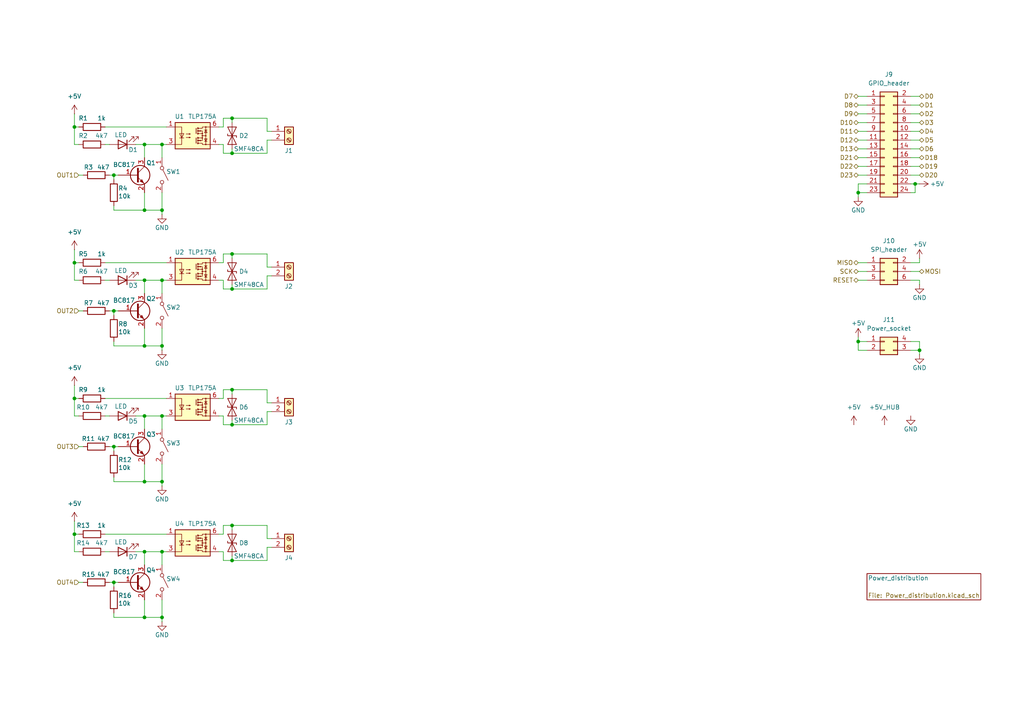
<source format=kicad_sch>
(kicad_sch (version 20231120) (generator "eeschema") (generator_version "8.0")
  (paper "A4")
  (junction (at 67.31 152.4))
  (junction (at 266.7 101.6))
  (junction (at 33.02 168.91))
  (junction (at 67.31 34.29))
  (junction (at 265.43 53.34))
  (junction (at 46.99 60.96))
  (junction (at 67.31 73.66))
  (junction (at 33.02 90.17))
  (junction (at 41.91 179.07))
  (junction (at 67.31 162.56))
  (junction (at 41.91 60.96))
  (junction (at 21.59 36.83))
  (junction (at 41.91 139.7))
  (junction (at 67.31 83.82))
  (junction (at 46.99 120.65))
  (junction (at 67.31 44.45))
  (junction (at 67.31 123.19))
  (junction (at 33.02 129.54))
  (junction (at 248.92 55.88))
  (junction (at 33.02 50.8))
  (junction (at 46.99 160.02))
  (junction (at 46.99 81.28))
  (junction (at 21.59 115.57))
  (junction (at 21.59 76.2))
  (junction (at 248.92 99.06))
  (junction (at 41.91 81.28))
  (junction (at 41.91 160.02))
  (junction (at 46.99 100.33))
  (junction (at 46.99 41.91))
  (junction (at 46.99 179.07))
  (junction (at 41.91 41.91))
  (junction (at 41.91 120.65))
  (junction (at 41.91 100.33))
  (junction (at 46.99 139.7))
  (junction (at 67.31 113.03))
  (junction (at 21.59 154.94))
  (wire (pts (xy 22.86 168.91) (xy 24.13 168.91)))
  (wire (pts (xy 67.31 34.29) (xy 77.47 34.29)))
  (wire (pts (xy 30.48 36.83) (xy 48.26 36.83)))
  (wire (pts (xy 77.47 156.21) (xy 78.74 156.21)))
  (wire (pts (xy 64.77 123.19) (xy 64.77 120.65)))
  (wire (pts (xy 248.92 76.2) (xy 251.46 76.2)))
  (wire (pts (xy 63.5 115.57) (xy 64.77 115.57)))
  (wire (pts (xy 63.5 36.83) (xy 64.77 36.83)))
  (wire (pts (xy 46.99 160.02) (xy 46.99 163.83)))
  (wire (pts (xy 63.5 154.94) (xy 64.77 154.94)))
  (wire (pts (xy 78.74 80.01) (xy 77.47 80.01)))
  (wire (pts (xy 77.47 73.66) (xy 77.47 77.47)))
  (wire (pts (xy 33.02 170.18) (xy 33.02 168.91)))
  (wire (pts (xy 46.99 41.91) (xy 46.99 45.72)))
  (wire (pts (xy 46.99 81.28) (xy 48.26 81.28)))
  (wire (pts (xy 33.02 129.54) (xy 34.29 129.54)))
  (wire (pts (xy 33.02 179.07) (xy 33.02 177.8)))
  (wire (pts (xy 78.74 119.38) (xy 77.47 119.38)))
  (wire (pts (xy 264.16 38.1) (xy 266.7 38.1)))
  (wire (pts (xy 264.16 45.72) (xy 266.7 45.72)))
  (wire (pts (xy 266.7 76.2) (xy 266.7 74.93)))
  (wire (pts (xy 67.31 83.82) (xy 64.77 83.82)))
  (wire (pts (xy 64.77 36.83) (xy 64.77 34.29)))
  (wire (pts (xy 67.31 113.03) (xy 67.31 114.3)))
  (wire (pts (xy 63.5 160.02) (xy 64.77 160.02)))
  (wire (pts (xy 41.91 134.62) (xy 41.91 139.7)))
  (wire (pts (xy 67.31 162.56) (xy 64.77 162.56)))
  (wire (pts (xy 46.99 41.91) (xy 48.26 41.91)))
  (wire (pts (xy 77.47 34.29) (xy 77.47 38.1)))
  (wire (pts (xy 360.68 -87.63) (xy 363.22 -87.63)))
  (wire (pts (xy 46.99 140.97) (xy 46.99 139.7)))
  (wire (pts (xy 77.47 113.03) (xy 77.47 116.84)))
  (wire (pts (xy 30.48 115.57) (xy 48.26 115.57)))
  (wire (pts (xy 251.46 53.34) (xy 248.92 53.34)))
  (wire (pts (xy 64.77 34.29) (xy 67.31 34.29)))
  (wire (pts (xy 46.99 55.88) (xy 46.99 60.96)))
  (wire (pts (xy 41.91 120.65) (xy 41.91 124.46)))
  (wire (pts (xy 30.48 154.94) (xy 48.26 154.94)))
  (wire (pts (xy 22.86 50.8) (xy 24.13 50.8)))
  (wire (pts (xy 264.16 27.94) (xy 266.7 27.94)))
  (wire (pts (xy 39.37 160.02) (xy 41.91 160.02)))
  (wire (pts (xy 78.74 40.64) (xy 77.47 40.64)))
  (wire (pts (xy 64.77 113.03) (xy 67.31 113.03)))
  (wire (pts (xy 46.99 81.28) (xy 46.99 85.09)))
  (wire (pts (xy 67.31 121.92) (xy 67.31 123.19)))
  (wire (pts (xy 41.91 120.65) (xy 46.99 120.65)))
  (wire (pts (xy 21.59 115.57) (xy 22.86 115.57)))
  (wire (pts (xy 21.59 81.28) (xy 22.86 81.28)))
  (wire (pts (xy 360.68 -80.01) (xy 363.22 -80.01)))
  (wire (pts (xy 360.68 -85.09) (xy 363.22 -85.09)))
  (wire (pts (xy 264.16 76.2) (xy 266.7 76.2)))
  (wire (pts (xy 248.92 48.26) (xy 251.46 48.26)))
  (wire (pts (xy 67.31 43.18) (xy 67.31 44.45)))
  (wire (pts (xy 33.02 90.17) (xy 34.29 90.17)))
  (wire (pts (xy 360.68 -77.47) (xy 363.22 -77.47)))
  (wire (pts (xy 248.92 78.74) (xy 251.46 78.74)))
  (wire (pts (xy 248.92 99.06) (xy 248.92 97.79)))
  (wire (pts (xy 41.91 139.7) (xy 46.99 139.7)))
  (wire (pts (xy 67.31 83.82) (xy 77.47 83.82)))
  (wire (pts (xy 21.59 41.91) (xy 22.86 41.91)))
  (wire (pts (xy 360.68 -74.93) (xy 363.22 -74.93)))
  (wire (pts (xy 30.48 81.28) (xy 31.75 81.28)))
  (wire (pts (xy 41.91 160.02) (xy 46.99 160.02)))
  (wire (pts (xy 41.91 81.28) (xy 41.91 85.09)))
  (wire (pts (xy 67.31 161.29) (xy 67.31 162.56)))
  (wire (pts (xy 39.37 41.91) (xy 41.91 41.91)))
  (wire (pts (xy 77.47 116.84) (xy 78.74 116.84)))
  (wire (pts (xy 41.91 100.33) (xy 46.99 100.33)))
  (wire (pts (xy 67.31 82.55) (xy 67.31 83.82)))
  (wire (pts (xy 41.91 55.88) (xy 41.91 60.96)))
  (wire (pts (xy 264.16 30.48) (xy 266.7 30.48)))
  (wire (pts (xy 266.7 101.6) (xy 266.7 102.87)))
  (wire (pts (xy 41.91 41.91) (xy 46.99 41.91)))
  (wire (pts (xy 264.16 55.88) (xy 265.43 55.88)))
  (wire (pts (xy 64.77 76.2) (xy 64.77 73.66)))
  (wire (pts (xy 77.47 158.75) (xy 77.47 162.56)))
  (wire (pts (xy 21.59 154.94) (xy 21.59 160.02)))
  (wire (pts (xy 21.59 36.83) (xy 22.86 36.83)))
  (wire (pts (xy 33.02 179.07) (xy 41.91 179.07)))
  (wire (pts (xy 31.75 50.8) (xy 33.02 50.8)))
  (wire (pts (xy 46.99 95.25) (xy 46.99 100.33)))
  (wire (pts (xy 248.92 55.88) (xy 248.92 57.15)))
  (wire (pts (xy 360.68 -82.55) (xy 363.22 -82.55)))
  (wire (pts (xy 248.92 53.34) (xy 248.92 55.88)))
  (wire (pts (xy 67.31 123.19) (xy 64.77 123.19)))
  (wire (pts (xy 266.7 81.28) (xy 266.7 82.55)))
  (wire (pts (xy 251.46 101.6) (xy 248.92 101.6)))
  (wire (pts (xy 67.31 44.45) (xy 77.47 44.45)))
  (wire (pts (xy 21.59 33.02) (xy 21.59 36.83)))
  (wire (pts (xy 41.91 41.91) (xy 41.91 45.72)))
  (wire (pts (xy 264.16 78.74) (xy 266.7 78.74)))
  (wire (pts (xy 21.59 72.39) (xy 21.59 76.2)))
  (wire (pts (xy 41.91 81.28) (xy 46.99 81.28)))
  (wire (pts (xy 33.02 130.81) (xy 33.02 129.54)))
  (wire (pts (xy 41.91 179.07) (xy 46.99 179.07)))
  (wire (pts (xy 265.43 53.34) (xy 266.7 53.34)))
  (wire (pts (xy 248.92 38.1) (xy 251.46 38.1)))
  (wire (pts (xy 64.77 152.4) (xy 67.31 152.4)))
  (wire (pts (xy 30.48 76.2) (xy 48.26 76.2)))
  (wire (pts (xy 67.31 152.4) (xy 67.31 153.67)))
  (wire (pts (xy 41.91 173.99) (xy 41.91 179.07)))
  (wire (pts (xy 39.37 81.28) (xy 41.91 81.28)))
  (wire (pts (xy 46.99 180.34) (xy 46.99 179.07)))
  (wire (pts (xy 21.59 76.2) (xy 21.59 81.28)))
  (wire (pts (xy 63.5 81.28) (xy 64.77 81.28)))
  (wire (pts (xy 248.92 40.64) (xy 251.46 40.64)))
  (wire (pts (xy 22.86 129.54) (xy 24.13 129.54)))
  (wire (pts (xy 64.77 83.82) (xy 64.77 81.28)))
  (wire (pts (xy 264.16 50.8) (xy 266.7 50.8)))
  (wire (pts (xy 33.02 139.7) (xy 41.91 139.7)))
  (wire (pts (xy 31.75 168.91) (xy 33.02 168.91)))
  (wire (pts (xy 264.16 53.34) (xy 265.43 53.34)))
  (wire (pts (xy 64.77 154.94) (xy 64.77 152.4)))
  (wire (pts (xy 33.02 168.91) (xy 34.29 168.91)))
  (wire (pts (xy 33.02 100.33) (xy 33.02 99.06)))
  (wire (pts (xy 64.77 162.56) (xy 64.77 160.02)))
  (wire (pts (xy 21.59 160.02) (xy 22.86 160.02)))
  (wire (pts (xy 41.91 60.96) (xy 46.99 60.96)))
  (wire (pts (xy 33.02 60.96) (xy 33.02 59.69)))
  (wire (pts (xy 77.47 80.01) (xy 77.47 83.82)))
  (wire (pts (xy 31.75 90.17) (xy 33.02 90.17)))
  (wire (pts (xy 46.99 120.65) (xy 48.26 120.65)))
  (wire (pts (xy 77.47 38.1) (xy 78.74 38.1)))
  (wire (pts (xy 21.59 151.13) (xy 21.59 154.94)))
  (wire (pts (xy 67.31 152.4) (xy 77.47 152.4)))
  (wire (pts (xy 248.92 55.88) (xy 251.46 55.88)))
  (wire (pts (xy 30.48 160.02) (xy 31.75 160.02)))
  (wire (pts (xy 264.16 81.28) (xy 266.7 81.28)))
  (wire (pts (xy 33.02 139.7) (xy 33.02 138.43)))
  (wire (pts (xy 46.99 62.23) (xy 46.99 60.96)))
  (wire (pts (xy 77.47 119.38) (xy 77.47 123.19)))
  (wire (pts (xy 264.16 43.18) (xy 266.7 43.18)))
  (wire (pts (xy 248.92 99.06) (xy 248.92 101.6)))
  (wire (pts (xy 266.7 99.06) (xy 266.7 101.6)))
  (wire (pts (xy 251.46 99.06) (xy 248.92 99.06)))
  (wire (pts (xy 77.47 77.47) (xy 78.74 77.47)))
  (wire (pts (xy 77.47 40.64) (xy 77.47 44.45)))
  (wire (pts (xy 248.92 27.94) (xy 251.46 27.94)))
  (wire (pts (xy 77.47 152.4) (xy 77.47 156.21)))
  (wire (pts (xy 67.31 113.03) (xy 77.47 113.03)))
  (wire (pts (xy 63.5 76.2) (xy 64.77 76.2)))
  (wire (pts (xy 332.74 -77.47) (xy 335.28 -77.47)))
  (wire (pts (xy 46.99 101.6) (xy 46.99 100.33)))
  (wire (pts (xy 64.77 115.57) (xy 64.77 113.03)))
  (wire (pts (xy 248.92 81.28) (xy 251.46 81.28)))
  (wire (pts (xy 21.59 154.94) (xy 22.86 154.94)))
  (wire (pts (xy 21.59 111.76) (xy 21.59 115.57)))
  (wire (pts (xy 265.43 55.88) (xy 265.43 53.34)))
  (wire (pts (xy 64.77 73.66) (xy 67.31 73.66)))
  (wire (pts (xy 33.02 91.44) (xy 33.02 90.17)))
  (wire (pts (xy 264.16 33.02) (xy 266.7 33.02)))
  (wire (pts (xy 264.16 99.06) (xy 266.7 99.06)))
  (wire (pts (xy 46.99 160.02) (xy 48.26 160.02)))
  (wire (pts (xy 33.02 100.33) (xy 41.91 100.33)))
  (wire (pts (xy 39.37 120.65) (xy 41.91 120.65)))
  (wire (pts (xy 46.99 173.99) (xy 46.99 179.07)))
  (wire (pts (xy 46.99 134.62) (xy 46.99 139.7)))
  (wire (pts (xy 33.02 52.07) (xy 33.02 50.8)))
  (wire (pts (xy 67.31 123.19) (xy 77.47 123.19)))
  (wire (pts (xy 248.92 45.72) (xy 251.46 45.72)))
  (wire (pts (xy 67.31 162.56) (xy 77.47 162.56)))
  (wire (pts (xy 21.59 76.2) (xy 22.86 76.2)))
  (wire (pts (xy 33.02 60.96) (xy 41.91 60.96)))
  (wire (pts (xy 264.16 101.6) (xy 266.7 101.6)))
  (wire (pts (xy 78.74 158.75) (xy 77.47 158.75)))
  (wire (pts (xy 30.48 120.65) (xy 31.75 120.65)))
  (wire (pts (xy 64.77 44.45) (xy 64.77 41.91)))
  (wire (pts (xy 33.02 50.8) (xy 34.29 50.8)))
  (wire (pts (xy 264.16 35.56) (xy 266.7 35.56)))
  (wire (pts (xy 46.99 120.65) (xy 46.99 124.46)))
  (wire (pts (xy 248.92 50.8) (xy 251.46 50.8)))
  (wire (pts (xy 264.16 48.26) (xy 266.7 48.26)))
  (wire (pts (xy 30.48 41.91) (xy 31.75 41.91)))
  (wire (pts (xy 67.31 44.45) (xy 64.77 44.45)))
  (wire (pts (xy 22.86 90.17) (xy 24.13 90.17)))
  (wire (pts (xy 248.92 33.02) (xy 251.46 33.02)))
  (wire (pts (xy 31.75 129.54) (xy 33.02 129.54)))
  (wire (pts (xy 21.59 36.83) (xy 21.59 41.91)))
  (wire (pts (xy 21.59 115.57) (xy 21.59 120.65)))
  (wire (pts (xy 41.91 95.25) (xy 41.91 100.33)))
  (wire (pts (xy 67.31 34.29) (xy 67.31 35.56)))
  (wire (pts (xy 248.92 30.48) (xy 251.46 30.48)))
  (wire (pts (xy 63.5 120.65) (xy 64.77 120.65)))
  (wire (pts (xy 248.92 43.18) (xy 251.46 43.18)))
  (wire (pts (xy 41.91 160.02) (xy 41.91 163.83)))
  (wire (pts (xy 248.92 35.56) (xy 251.46 35.56)))
  (wire (pts (xy 67.31 73.66) (xy 77.47 73.66)))
  (wire (pts (xy 63.5 41.91) (xy 64.77 41.91)))
  (wire (pts (xy 67.31 73.66) (xy 67.31 74.93)))
  (wire (pts (xy 21.59 120.65) (xy 22.86 120.65)))
  (wire (pts (xy 332.74 -74.93) (xy 335.28 -74.93)))
  (wire (pts (xy 264.16 40.64) (xy 266.7 40.64)))
  (hierarchical_label "D19" (shape bidirectional) (at 266.7 48.26 0))
  (hierarchical_label "GND" (shape input) (at 363.22 -85.09 0))
  (hierarchical_label "D18" (shape bidirectional) (at 266.7 45.72 0))
  (hierarchical_label "D2-" (shape input) (at 363.22 -80.01 0))
  (hierarchical_label "MOSI" (shape bidirectional) (at 266.7 78.74 0))
  (hierarchical_label "MISO" (shape bidirectional) (at 248.92 76.2 180))
  (hierarchical_label "OUT3" (shape input) (at 22.86 129.54 180))
  (hierarchical_label "D7" (shape bidirectional) (at 248.92 27.94 180))
  (hierarchical_label "D20" (shape bidirectional) (at 266.7 50.8 0))
  (hierarchical_label "D3" (shape bidirectional) (at 266.7 35.56 0))
  (hierarchical_label "D23" (shape bidirectional) (at 248.92 50.8 180))
  (hierarchical_label "D1-" (shape input) (at 332.74 -74.93 180))
  (hierarchical_label "VBUS2" (shape input) (at 363.22 -82.55 0))
  (hierarchical_label "D21" (shape bidirectional) (at 248.92 45.72 180))
  (hierarchical_label "D2" (shape bidirectional) (at 266.7 33.02 0))
  (hierarchical_label "D11" (shape bidirectional) (at 248.92 38.1 180))
  (hierarchical_label "D1+" (shape input) (at 363.22 -87.63 0))
  (hierarchical_label "OUT2" (shape input) (at 22.86 90.17 180))
  (hierarchical_label "SCK" (shape bidirectional) (at 248.92 78.74 180))
  (hierarchical_label "D12" (shape bidirectional) (at 248.92 40.64 180))
  (hierarchical_label "D8" (shape bidirectional) (at 248.92 30.48 180))
  (hierarchical_label "VBUS1" (shape input) (at 332.74 -77.47 180))
  (hierarchical_label "D4" (shape bidirectional) (at 266.7 38.1 0))
  (hierarchical_label "D5" (shape bidirectional) (at 266.7 40.64 0))
  (hierarchical_label "D22" (shape bidirectional) (at 248.92 48.26 180))
  (hierarchical_label "OUT4" (shape input) (at 22.86 168.91 180))
  (hierarchical_label "OUT1" (shape input) (at 22.86 50.8 180))
  (hierarchical_label "D10" (shape bidirectional) (at 248.92 35.56 180))
  (hierarchical_label "D1" (shape bidirectional) (at 266.7 30.48 0))
  (hierarchical_label "RESET" (shape bidirectional) (at 248.92 81.28 180))
  (hierarchical_label "GND" (shape input) (at 363.22 -74.93 0))
  (hierarchical_label "D0" (shape bidirectional) (at 266.7 27.94 0))
  (hierarchical_label "D2+" (shape input) (at 363.22 -77.47 0))
  (hierarchical_label "D13" (shape bidirectional) (at 248.92 43.18 180))
  (hierarchical_label "D9" (shape bidirectional) (at 248.92 33.02 180))
  (hierarchical_label "D6" (shape bidirectional) (at 266.7 43.18 0))
  (symbol (lib_id "Connector:Screw_Terminal_01x03") (at 513.08 173.99 0) (unit 1)
    (property "Reference" "J16" (at 515.62 172.7199 0) (effects (justify left)))
    (property "Value" "Screw_Terminal_01x03" (at 515.62 175.2599 0) (effects (justify left)))
    (property "Footprint" "TerminalBlock_Phoenix:TerminalBlock_Phoenix_MKDS-1,5-3_1x03_P5.00mm_Horizontal" (effects (hide yes)))
    (property "Description" "Generic screw terminal, single row, 01x03, script generated (kicad-library-utils/schlib/autogen/connector/)" (effects (hide yes)))
  )
  (symbol (lib_id "power:+5V") (at 256.54 123.19 0) (unit 1)
    (property "Reference" "#PWR0119" (effects (hide yes)))
    (property "Value" "+5V_HUB" (at 256.54 118.11 0))
    (property "Description" "Power symbol creates a global label with name \"+5V\"" (effects (hide yes)))
  )
  (symbol (lib_id "power:GND") (at 266.7 82.55 0) (unit 1)
    (property "Reference" "#PWR0123" (effects (hide yes)))
    (property "Value" "GND" (at 266.7 86.36 0))
    (property "Description" "Power symbol creates a global label with name \"GND\" , ground" (effects (hide yes)))
  )
  (symbol (lib_id "Connector:Screw_Terminal_01x02") (at 83.82 77.47 0) (unit 1)
    (property "Reference" "J2" (at 82.55 83.058 0) (effects (justify left)))
    (property "Value" "Screw_Terminal_01x02" (effects (hide yes)))
    (property "Footprint" "TerminalBlock_Phoenix:TerminalBlock_Phoenix_MKDS-1,5-2_1x02_P5.00mm_Horizontal" (effects (hide yes)))
    (property "Description" "Generic screw terminal, single row, 01x02, script generated (kicad-library-utils/schlib/autogen/connector/)" (effects (hide yes)))
  )
  (symbol (lib_id "Transistor_BJT:BC817") (at 39.37 129.54 0) (unit 1)
    (property "Reference" "Q3" (at 42.418 125.984 0) (effects (justify left)))
    (property "Value" "BC817" (at 32.766 126.492 0) (effects (justify left)))
    (property "Footprint" "Package_TO_SOT_SMD:SOT-23" (effects (hide yes)))
    (property "Datasheet" "https://www.onsemi.com/pub/Collateral/BC818-D.pdf" (effects (hide yes)))
    (property "Description" "0.8A Ic, 45V Vce, NPN Transistor, SOT-23" (effects (hide yes)))
  )
  (symbol (lib_id "Device:R") (at 27.94 50.8 90) (unit 1)
    (property "Reference" "R3" (at 25.654 48.514 90))
    (property "Value" "4k7" (at 29.972 48.514 90))
    (property "Footprint" "Resistor_SMD:R_0603_1608Metric" (effects (hide yes)))
    (property "Description" "Resistor" (effects (hide yes)))
  )
  (symbol (lib_id "Device:R") (at 33.02 134.62 0) (unit 1)
    (property "Reference" "R12" (at 34.29 133.35 0) (effects (justify left)))
    (property "Value" "10k" (at 34.29 135.636 0) (effects (justify left)))
    (property "Footprint" "Resistor_SMD:R_0603_1608Metric" (effects (hide yes)))
    (property "Description" "Resistor" (effects (hide yes)))
  )
  (symbol (lib_id "Device:R") (at 27.94 129.54 90) (unit 1)
    (property "Reference" "R11" (at 25.654 127.254 90))
    (property "Value" "4k7" (at 29.972 127.254 90))
    (property "Footprint" "Resistor_SMD:R_0603_1608Metric" (effects (hide yes)))
    (property "Description" "Resistor" (effects (hide yes)))
  )
  (symbol (lib_id "power:GND") (at 46.99 180.34 0) (unit 1)
    (property "Reference" "#PWR0104" (effects (hide yes)))
    (property "Value" "GND" (at 46.99 184.15 0))
    (property "Description" "Power symbol creates a global label with name \"GND\" , ground" (effects (hide yes)))
  )
  (symbol (lib_id "power:+5V") (at 21.59 151.13 0) (unit 1)
    (property "Reference" "#PWR0105" (effects (hide yes)))
    (property "Value" "+5V" (at 21.59 146.05 0))
    (property "Description" "Power symbol creates a global label with name \"+5V\"" (effects (hide yes)))
  )
  (symbol (lib_id "Memory_EEPROM:M24C02-FMN") (at 314.96 86.36 0) (unit 1)
    (property "Reference" "U16" (at 317.1541 76.2 0) (effects (justify left)))
    (property "Value" "M24C02-FMN" (at 317.1541 78.74 0) (effects (justify left)))
    (property "Footprint" "Package_SO:SOIC-8_3.9x4.9mm_P1.27mm" (effects (hide yes)))
    (property "Datasheet" "http://www.st.com/content/ccc/resource/technical/document/datasheet/b0/d8/50/40/5a/85/49/6f/DM00071904.pdf/files/DM00071904.pdf/jcr:content/translations/en.DM00071904.pdf" (effects (hide yes)))
    (property "Description" "2Kb (256x8) I2C Serial EEPROM, 1.6-5.5V, SOIC-8" (effects (hide yes)))
  )
  (symbol (lib_id "Device:R") (at 26.67 160.02 270) (unit 1)
    (property "Reference" "R14" (at 24.13 157.48 90))
    (property "Value" "4k7" (at 29.464 157.48 90))
    (property "Footprint" "Resistor_SMD:R_0603_1608Metric" (effects (hide yes)))
    (property "Description" "Resistor" (effects (hide yes)))
  )
  (symbol (lib_id "Connector:Screw_Terminal_01x02") (at 83.82 156.21 0) (unit 1)
    (property "Reference" "J4" (at 82.55 161.798 0) (effects (justify left)))
    (property "Value" "Screw_Terminal_01x02" (effects (hide yes)))
    (property "Footprint" "TerminalBlock_Phoenix:TerminalBlock_Phoenix_MKDS-1,5-2_1x02_P5.00mm_Horizontal" (effects (hide yes)))
    (property "Description" "Generic screw terminal, single row, 01x02, script generated (kicad-library-utils/schlib/autogen/connector/)" (effects (hide yes)))
  )
  (symbol (lib_id "power:GND") (at 46.99 140.97 0) (unit 1)
    (property "Reference" "#PWR0103" (effects (hide yes)))
    (property "Value" "GND" (at 46.99 144.78 0))
    (property "Description" "Power symbol creates a global label with name \"GND\" , ground" (effects (hide yes)))
  )
  (symbol (lib_id "power:+5V") (at 21.59 111.76 0) (unit 1)
    (property "Reference" "#PWR0101" (effects (hide yes)))
    (property "Value" "+5V" (at 21.59 106.68 0))
    (property "Description" "Power symbol creates a global label with name \"+5V\"" (effects (hide yes)))
  )
  (symbol (lib_id "Connector:Screw_Terminal_01x02") (at 441.96 -44.45 0) (unit 1)
    (property "Reference" "J19" (at 440.69 -38.862 0) (effects (justify left)))
    (property "Value" "Screw_Terminal_01x02" (effects (hide yes)))
    (property "Footprint" "TerminalBlock_Phoenix:TerminalBlock_Phoenix_MKDS-1,5-2_1x02_P5.00mm_Horizontal" (effects (hide yes)))
    (property "Description" "Generic screw terminal, single row, 01x02, script generated (kicad-library-utils/schlib/autogen/connector/)" (effects (hide yes)))
  )
  (symbol (lib_id "Device:R") (at 26.67 120.65 270) (unit 1)
    (property "Reference" "R10" (at 24.13 118.11 90))
    (property "Value" "4k7" (at 29.464 118.11 90))
    (property "Footprint" "Resistor_SMD:R_0603_1608Metric" (effects (hide yes)))
    (property "Description" "Resistor" (effects (hide yes)))
  )
  (symbol (lib_id "Connector_Generic:Conn_02x03_Odd_Even") (at 256.54 78.74 0) (unit 1)
    (property "Reference" "J10" (at 257.81 69.85 0))
    (property "Value" "SPI_header" (at 257.81 72.39 0))
    (property "Footprint" "Connector_PinHeader_2.54mm:PinHeader_2x03_P2.54mm_Vertical" (effects (hide yes)))
    (property "Description" "Generic connector, double row, 02x03, odd/even pin numbering scheme (row 1 odd numbers, row 2 even numbers), script generated (kicad-library-utils/schlib/autogen/connector/)" (effects (hide yes)))
  )
  (symbol (lib_id "Device:R") (at 33.02 95.25 0) (unit 1)
    (property "Reference" "R8" (at 34.29 93.98 0) (effects (justify left)))
    (property "Value" "10k" (at 34.29 96.266 0) (effects (justify left)))
    (property "Footprint" "Resistor_SMD:R_0603_1608Metric" (effects (hide yes)))
    (property "Description" "Resistor" (effects (hide yes)))
  )
  (symbol (lib_id "SamacSys_Parts:USB1035-GF-P-0-B-B") (at 335.28 -87.63 0) (unit 1)
    (property "Reference" "J12" (at 347.98 -95.25 0))
    (property "Value" "USB1035-GF-P-0-B-B" (at 347.98 -92.71 0))
    (property "Footprint" "SamacSys_Parts:USB1035GFP0BB" (effects (hide yes)))
    (property "Datasheet" "https://gct.co/connector/usb1035" (effects (hide yes)))
    (property "Description" "USB Connectors USB A Skt, Dual Top TH R/A, GF, BLK, No ground, W/stake, tray" (effects (hide yes)))
    (property "Description_1" "USB Connectors USB A Skt, Dual Top TH R/A, GF, BLK, No ground, W/stake, tray" (effects (hide yes)))
    (property "Height" "16.25" (effects (hide yes)))
    (property "Manufacturer_Name" "GCT (GLOBAL CONNECTOR TECHNOLOGY)" (effects (hide yes)))
    (property "Manufacturer_Part_Number" "USB1035-GF-P-0-B-B" (effects (hide yes)))
    (property "Mouser Part Number" "640-USB1035GFP0BB" (effects (hide yes)))
    (property "Mouser Price/Stock" "https://www.mouser.co.uk/ProductDetail/GCT/USB1035-GF-P-0-B-B?qs=KUoIvG%2F9IlZdvtWwZEQX0g%3D%3D" (effects (hide yes)))
  )
  (symbol (lib_id "Device:LED") (at 35.56 160.02 180) (unit 1)
    (property "Reference" "D7" (at 38.608 161.544 0))
    (property "Value" "LED" (at 35.052 157.226 0))
    (property "Footprint" "LED_SMD:LED_0603_1608Metric" (effects (hide yes)))
    (property "Description" "Light emitting diode" (effects (hide yes)))
  )
  (symbol (lib_id "Relay_SolidState:TLP175A") (at 55.88 118.11 0) (unit 1)
    (property "Reference" "U3" (at 52.07 112.522 0))
    (property "Value" "TLP175A" (at 58.674 112.522 0))
    (property "Footprint" "Package_SO:MFSOP6-4_4.4x3.6mm_P1.27mm" (effects (hide yes)))
    (property "Datasheet" "https://toshiba.semicon-storage.com/info/docget.jsp?did=13665&prodName=TLP175A" (effects (hide yes)))
    (property "Description" "MOSFET Photorelay 1-Form-A, Voff 60V, Ion 100mA, SOP6" (effects (hide yes)))
  )
  (symbol (lib_id "Connector:Screw_Terminal_01x03") (at 513.08 160.02 0) (unit 1)
    (property "Reference" "J15" (at 515.62 158.7499 0) (effects (justify left)))
    (property "Value" "Screw_Terminal_01x03" (at 515.62 161.2899 0) (effects (justify left)))
    (property "Footprint" "TerminalBlock_Phoenix:TerminalBlock_Phoenix_MKDS-1,5-3_1x03_P5.00mm_Horizontal" (effects (hide yes)))
    (property "Description" "Generic screw terminal, single row, 01x03, script generated (kicad-library-utils/schlib/autogen/connector/)" (effects (hide yes)))
  )
  (symbol (lib_id "Connector:Screw_Terminal_01x02") (at 452.12 -44.45 0) (unit 1)
    (property "Reference" "J20" (at 450.85 -38.862 0) (effects (justify left)))
    (property "Value" "Screw_Terminal_01x02" (effects (hide yes)))
    (property "Footprint" "TerminalBlock_Phoenix:TerminalBlock_Phoenix_MKDS-1,5-2_1x02_P5.00mm_Horizontal" (effects (hide yes)))
    (property "Description" "Generic screw terminal, single row, 01x02, script generated (kicad-library-utils/schlib/autogen/connector/)" (effects (hide yes)))
  )
  (symbol (lib_id "power:GND") (at 264.16 120.65 0) (unit 1)
    (property "Reference" "#PWR0121" (effects (hide yes)))
    (property "Value" "GND" (at 264.16 124.46 0))
    (property "Description" "Power symbol creates a global label with name \"GND\" , ground" (effects (hide yes)))
  )
  (symbol (lib_id "Diode:SD36_SOD323") (at 67.31 118.11 270) (unit 1)
    (property "Reference" "D6" (at 69.342 118.11 90) (effects (justify left)))
    (property "Value" "SMF48CA" (at 67.818 121.92 90) (effects (justify left)))
    (property "Footprint" "Diode_SMD:D_SMA" (effects (hide yes)))
    (property "Datasheet" "https://www.littelfuse.com/~/media/electronics/datasheets/tvs_diode_arrays/littelfuse_tvs_diode_array_sd_c_datasheet.pdf.pdf" (effects (hide yes)))
    (property "Description" "36V, 450W Discrete Bidirectional TVS Diode, SOD-323" (effects (hide yes)))
  )
  (symbol (lib_id "Diode:SD36_SOD323") (at 67.31 39.37 270) (unit 1)
    (property "Reference" "D2" (at 69.342 39.37 90) (effects (justify left)))
    (property "Value" "SMF48CA" (at 67.818 43.18 90) (effects (justify left)))
    (property "Footprint" "Diode_SMD:D_SMA" (effects (hide yes)))
    (property "Datasheet" "https://www.littelfuse.com/~/media/electronics/datasheets/tvs_diode_arrays/littelfuse_tvs_diode_array_sd_c_datasheet.pdf.pdf" (effects (hide yes)))
    (property "Description" "36V, 450W Discrete Bidirectional TVS Diode, SOD-323" (effects (hide yes)))
  )
  (symbol (lib_id "Device:LED") (at 35.56 81.28 180) (unit 1)
    (property "Reference" "D3" (at 38.608 82.804 0))
    (property "Value" "LED" (at 35.052 78.486 0))
    (property "Footprint" "LED_SMD:LED_0603_1608Metric" (effects (hide yes)))
    (property "Description" "Light emitting diode" (effects (hide yes)))
  )
  (symbol (lib_id "Device:R") (at 26.67 76.2 270) (unit 1)
    (property "Reference" "R5" (at 24.13 73.66 90))
    (property "Value" "1k" (at 29.464 73.66 90))
    (property "Footprint" "Resistor_SMD:R_0603_1608Metric" (effects (hide yes)))
    (property "Description" "Resistor" (effects (hide yes)))
  )
  (symbol (lib_id "Device:R") (at 26.67 36.83 270) (unit 1)
    (property "Reference" "R1" (at 24.13 34.29 90))
    (property "Value" "1k" (at 29.464 34.29 90))
    (property "Footprint" "Resistor_SMD:R_0603_1608Metric" (effects (hide yes)))
    (property "Description" "Resistor" (effects (hide yes)))
  )
  (symbol (lib_id "Device:R") (at 27.94 90.17 90) (unit 1)
    (property "Reference" "R7" (at 25.654 87.884 90))
    (property "Value" "4k7" (at 29.972 87.884 90))
    (property "Footprint" "Resistor_SMD:R_0603_1608Metric" (effects (hide yes)))
    (property "Description" "Resistor" (effects (hide yes)))
  )
  (symbol (lib_id "power:GND") (at 46.99 101.6 0) (unit 1)
    (property "Reference" "#PWR0102" (effects (hide yes)))
    (property "Value" "GND" (at 46.99 105.41 0))
    (property "Description" "Power symbol creates a global label with name \"GND\" , ground" (effects (hide yes)))
  )
  (symbol (lib_id "power:GND") (at 266.7 102.87 0) (unit 1)
    (property "Reference" "#PWR0124" (effects (hide yes)))
    (property "Value" "GND" (at 266.7 106.68 0))
    (property "Description" "Power symbol creates a global label with name \"GND\" , ground" (effects (hide yes)))
  )
  (symbol (lib_id "Transistor_BJT:BC817") (at 39.37 50.8 0) (unit 1)
    (property "Reference" "Q1" (at 42.418 47.244 0) (effects (justify left)))
    (property "Value" "BC817" (at 32.766 47.752 0) (effects (justify left)))
    (property "Footprint" "Package_TO_SOT_SMD:SOT-23" (effects (hide yes)))
    (property "Datasheet" "https://www.onsemi.com/pub/Collateral/BC818-D.pdf" (effects (hide yes)))
    (property "Description" "0.8A Ic, 45V Vce, NPN Transistor, SOT-23" (effects (hide yes)))
  )
  (symbol (lib_id "Switch:SW_SPST") (at 46.99 168.91 270) (unit 1)
    (property "Reference" "SW4" (at 50.292 167.894 90))
    (property "Value" "SW_SPST" (effects (hide yes)))
    (property "Footprint" "Button_Switch_SMD:SW_SPST_CK_RS282G05A3" (effects (hide yes)))
    (property "Description" "Single Pole Single Throw (SPST) switch" (effects (hide yes)))
  )
  (symbol (lib_id "Diode:SD36_SOD323") (at 67.31 78.74 270) (unit 1)
    (property "Reference" "D4" (at 69.342 78.74 90) (effects (justify left)))
    (property "Value" "SMF48CA" (at 67.818 82.55 90) (effects (justify left)))
    (property "Footprint" "Diode_SMD:D_SMA" (effects (hide yes)))
    (property "Datasheet" "https://www.littelfuse.com/~/media/electronics/datasheets/tvs_diode_arrays/littelfuse_tvs_diode_array_sd_c_datasheet.pdf.pdf" (effects (hide yes)))
    (property "Description" "36V, 450W Discrete Bidirectional TVS Diode, SOD-323" (effects (hide yes)))
  )
  (symbol (lib_id "Connector:Screw_Terminal_01x02") (at 472.44 -44.45 0) (unit 1)
    (property "Reference" "J22" (at 471.17 -38.862 0) (effects (justify left)))
    (property "Value" "Screw_Terminal_01x02" (effects (hide yes)))
    (property "Footprint" "TerminalBlock_Phoenix:TerminalBlock_Phoenix_MKDS-1,5-2_1x02_P5.00mm_Horizontal" (effects (hide yes)))
    (property "Description" "Generic screw terminal, single row, 01x02, script generated (kicad-library-utils/schlib/autogen/connector/)" (effects (hide yes)))
  )
  (symbol (lib_id "SamacSys_Parts:A-USBSA") (at 339.09 2.54 0) (unit 1)
    (property "Reference" "J18" (at 349.25 -3.81 0))
    (property "Value" "A-USBSA" (at 349.25 -1.27 0))
    (property "Footprint" "A-USBSA" (effects (hide yes)))
    (property "Datasheet" "https://datasheet.datasheetarchive.com/originals/distributors/Datasheets_SAMA/5d301fe51c2cf46e97693f1728659d1d.pdf" (effects (hide yes)))
    (property "Description" "USB A type DIP ASSMANN WSW Female 1 port Right Angle Through Hole Type A USB Connector" (effects (hide yes)))
    (property "Description_1" "USB A type DIP ASSMANN WSW Female 1 port Right Angle Through Hole Type A USB Connector" (effects (hide yes)))
    (property "Manufacturer_Name" "ASSMANN WSW components GmbH" (effects (hide yes)))
    (property "Manufacturer_Part_Number" "A-USBSA" (effects (hide yes)))
    (property "Arrow Part Number" "A-USBSA" (effects (hide yes)))
    (property "Arrow Price/Stock" "https://www.arrow.com/en/products/a-usbsa/assmann-wsw-components-inc?region=europe" (effects (hide yes)))
  )
  (symbol (lib_id "Connector:Screw_Terminal_01x03") (at 313.69 124.46 0) (unit 1)
    (property "Reference" "J17" (at 316.23 123.1899 0) (effects (justify left)))
    (property "Value" "Wiegand" (at 316.23 125.7299 0) (effects (justify left)))
    (property "Footprint" "TerminalBlock_Phoenix:TerminalBlock_Phoenix_MKDS-1,5-3_1x03_P5.00mm_Horizontal" (effects (hide yes)))
    (property "Description" "Generic screw terminal, single row, 01x03, script generated (kicad-library-utils/schlib/autogen/connector/)" (effects (hide yes)))
  )
  (symbol (lib_id "Connector:Screw_Terminal_01x03") (at 313.69 135.89 0) (unit 1)
    (property "Reference" "J23" (at 316.23 134.6199 0) (effects (justify left)))
    (property "Value" "GND" (at 316.23 137.1599 0) (effects (justify left)))
    (property "Footprint" "TerminalBlock_Phoenix:TerminalBlock_Phoenix_MKDS-1,5-3_1x03_P5.00mm_Horizontal" (effects (hide yes)))
    (property "Description" "Generic screw terminal, single row, 01x03, script generated (kicad-library-utils/schlib/autogen/connector/)" (effects (hide yes)))
  )
  (symbol (lib_id "power:+5V") (at 247.65 123.19 0) (unit 1)
    (property "Reference" "#PWR0120" (effects (hide yes)))
    (property "Value" "+5V" (at 247.65 118.11 0))
    (property "Description" "Power symbol creates a global label with name \"+5V\"" (effects (hide yes)))
  )
  (symbol (lib_id "Connector_Generic:Conn_02x02_Counter_Clockwise") (at 256.54 99.06 0) (unit 1)
    (property "Reference" "J11" (at 257.81 92.71 0))
    (property "Value" "Power_socket" (at 257.81 95.25 0))
    (property "Footprint" "Connector_PinSocket_2.54mm:PinSocket_2x02_P2.54mm_Vertical" (effects (hide yes)))
    (property "Description" "Generic connector, double row, 02x02, counter clockwise pin numbering scheme (similar to DIP package numbering), script generated (kicad-library-utils/schlib/autogen/connector/)" (effects (hide yes)))
  )
  (symbol (lib_id "Device:R") (at 26.67 81.28 270) (unit 1)
    (property "Reference" "R6" (at 24.13 78.74 90))
    (property "Value" "4k7" (at 29.464 78.74 90))
    (property "Footprint" "Resistor_SMD:R_0603_1608Metric" (effects (hide yes)))
    (property "Description" "Resistor" (effects (hide yes)))
  )
  (symbol (lib_id "Device:R") (at 27.94 168.91 90) (unit 1)
    (property "Reference" "R15" (at 25.654 166.624 90))
    (property "Value" "4k7" (at 29.972 166.624 90))
    (property "Footprint" "Resistor_SMD:R_0603_1608Metric" (effects (hide yes)))
    (property "Description" "Resistor" (effects (hide yes)))
  )
  (symbol (lib_id "power:+5V") (at 248.92 97.79 0) (unit 1)
    (property "Reference" "#PWR0118" (effects (hide yes)))
    (property "Value" "+5V" (at 246.888 93.726 0) (effects (justify left)))
    (property "Description" "Power symbol creates a global label with name \"+5V\"" (effects (hide yes)))
  )
  (symbol (lib_id "power:+5V") (at 21.59 72.39 0) (unit 1)
    (property "Reference" "#PWR0107" (effects (hide yes)))
    (property "Value" "+5V" (at 21.59 67.31 0))
    (property "Description" "Power symbol creates a global label with name \"+5V\"" (effects (hide yes)))
  )
  (symbol (lib_id "Connector:Screw_Terminal_01x02") (at 83.82 116.84 0) (unit 1)
    (property "Reference" "J3" (at 82.55 122.428 0) (effects (justify left)))
    (property "Value" "Screw_Terminal_01x02" (effects (hide yes)))
    (property "Footprint" "TerminalBlock_Phoenix:TerminalBlock_Phoenix_MKDS-1,5-2_1x02_P5.00mm_Horizontal" (effects (hide yes)))
    (property "Description" "Generic screw terminal, single row, 01x02, script generated (kicad-library-utils/schlib/autogen/connector/)" (effects (hide yes)))
  )
  (symbol (lib_id "Device:R") (at 33.02 55.88 0) (unit 1)
    (property "Reference" "R4" (at 34.29 54.61 0) (effects (justify left)))
    (property "Value" "10k" (at 34.29 56.896 0) (effects (justify left)))
    (property "Footprint" "Resistor_SMD:R_0603_1608Metric" (effects (hide yes)))
    (property "Description" "Resistor" (effects (hide yes)))
  )
  (symbol (lib_id "Interface_USB:FT2232HQ") (at 448.31 191.77 0) (unit 1)
    (property "Reference" "U13" (at 463.2041 134.62 0) (effects (justify left)))
    (property "Value" "FT2232HQ" (at 463.2041 137.16 0) (effects (justify left)))
    (property "Footprint" "Package_DFN_QFN:QFN-64-1EP_9x9mm_P0.5mm_EP4.35x4.35mm" (effects (hide yes)))
    (property "Datasheet" "https://www.ftdichip.com/Support/Documents/DataSheets/ICs/DS_FT2232H.pdf" (effects (hide yes)))
    (property "Description" "Hi Speed Double Channel USB UART/FIFO, QFN-64" (effects (hide yes)))
  )
  (symbol (lib_id "Transistor_BJT:BC817") (at 39.37 168.91 0) (unit 1)
    (property "Reference" "Q4" (at 42.418 165.354 0) (effects (justify left)))
    (property "Value" "BC817" (at 32.766 165.862 0) (effects (justify left)))
    (property "Footprint" "Package_TO_SOT_SMD:SOT-23" (effects (hide yes)))
    (property "Datasheet" "https://www.onsemi.com/pub/Collateral/BC818-D.pdf" (effects (hide yes)))
    (property "Description" "0.8A Ic, 45V Vce, NPN Transistor, SOT-23" (effects (hide yes)))
  )
  (symbol (lib_id "Switch:SW_SPST") (at 46.99 50.8 270) (unit 1)
    (property "Reference" "SW1" (at 50.292 49.784 90))
    (property "Value" "SW_SPST" (effects (hide yes)))
    (property "Footprint" "Button_Switch_SMD:SW_SPST_CK_RS282G05A3" (effects (hide yes)))
    (property "Description" "Single Pole Single Throw (SPST) switch" (effects (hide yes)))
  )
  (symbol (lib_id "power:GND") (at 46.99 62.23 0) (unit 1)
    (property "Reference" "#PWR0106" (effects (hide yes)))
    (property "Value" "GND" (at 46.99 66.04 0))
    (property "Description" "Power symbol creates a global label with name \"GND\" , ground" (effects (hide yes)))
  )
  (symbol (lib_id "Device:R") (at 26.67 154.94 270) (unit 1)
    (property "Reference" "R13" (at 24.13 152.4 90))
    (property "Value" "1k" (at 29.464 152.4 90))
    (property "Footprint" "Resistor_SMD:R_0603_1608Metric" (effects (hide yes)))
    (property "Description" "Resistor" (effects (hide yes)))
  )
  (symbol (lib_id "Transistor_BJT:BC817") (at 39.37 90.17 0) (unit 1)
    (property "Reference" "Q2" (at 42.418 86.614 0) (effects (justify left)))
    (property "Value" "BC817" (at 32.766 87.122 0) (effects (justify left)))
    (property "Footprint" "Package_TO_SOT_SMD:SOT-23" (effects (hide yes)))
    (property "Datasheet" "https://www.onsemi.com/pub/Collateral/BC818-D.pdf" (effects (hide yes)))
    (property "Description" "0.8A Ic, 45V Vce, NPN Transistor, SOT-23" (effects (hide yes)))
  )
  (symbol (lib_id "Connector_Generic:Conn_02x12_Odd_Even") (at 256.54 40.64 0) (unit 1)
    (property "Reference" "J9" (at 257.81 21.59 0))
    (property "Value" "GPIO_header" (at 257.81 24.13 0))
    (property "Footprint" "Connector_PinHeader_2.54mm:PinHeader_2x12_P2.54mm_Vertical" (effects (hide yes)))
    (property "Description" "Generic connector, double row, 02x12, odd/even pin numbering scheme (row 1 odd numbers, row 2 even numbers), script generated (kicad-library-utils/schlib/autogen/connector/)" (effects (hide yes)))
  )
  (symbol (lib_id "SamacSys_Parts:USB2517I-JZX") (at 415.29 54.61 0) (unit 1)
    (property "Reference" "U12" (at 500.38 48.2914 0))
    (property "Value" "USB2517I-JZX" (at 500.38 50.8314 0))
    (property "Footprint" "Package_DFN_QFN:QFN-64-1EP_9x9mm_P0.5mm_EP5.45x5.45mm_ThermalVias" (effects (hide yes)))
    (property "Datasheet" "https://componentsearchengine.com/Datasheets/2/USB2517I-JZX.pdf" (effects (hide yes)))
    (property "Description" "USB Interface IC Ultra Fast USB 2.19" (effects (hide yes)))
    (property "Description_1" "USB Interface IC Ultra Fast USB 2.19" (effects (hide yes)))
    (property "Height" "1" (effects (hide yes)))
    (property "Manufacturer_Name" "Microchip" (effects (hide yes)))
    (property "Manufacturer_Part_Number" "USB2517I-JZX" (effects (hide yes)))
    (property "Mouser Part Number" "886-USB2517I-JZX" (effects (hide yes)))
    (property "Mouser Price/Stock" "https://www.mouser.co.uk/ProductDetail/Microchip-Technology/USB2517I-JZX?qs=pA5MXup5wxGVk3PXuCIZ0A%3D%3D" (effects (hide yes)))
    (property "Arrow Part Number" "USB2517I-JZX" (effects (hide yes)))
    (property "Arrow Price/Stock" "https://www.arrow.com/en/products/usb2517i-jzx/microchip-technology?region=europe" (effects (hide yes)))
  )
  (symbol (lib_id "Device:R") (at 26.67 115.57 270) (unit 1)
    (property "Reference" "R9" (at 24.13 113.03 90))
    (property "Value" "1k" (at 29.464 113.03 90))
    (property "Footprint" "Resistor_SMD:R_0603_1608Metric" (effects (hide yes)))
    (property "Description" "Resistor" (effects (hide yes)))
  )
  (symbol (lib_id "Device:LED") (at 35.56 120.65 180) (unit 1)
    (property "Reference" "D5" (at 38.608 122.174 0))
    (property "Value" "LED" (at 35.052 117.856 0))
    (property "Footprint" "LED_SMD:LED_0603_1608Metric" (effects (hide yes)))
    (property "Description" "Light emitting diode" (effects (hide yes)))
  )
  (symbol (lib_id "Switch:SW_SPST") (at 46.99 90.17 270) (unit 1)
    (property "Reference" "SW2" (at 50.292 89.154 90))
    (property "Value" "SW_SPST" (effects (hide yes)))
    (property "Footprint" "Button_Switch_SMD:SW_SPST_CK_RS282G05A3" (effects (hide yes)))
    (property "Description" "Single Pole Single Throw (SPST) switch" (effects (hide yes)))
  )
  (symbol (lib_id "SamacSys_Parts:USB1035-GF-P-0-B-B") (at 335.28 -55.88 0) (unit 1)
    (property "Reference" "J13" (at 347.98 -63.5 0))
    (property "Value" "USB1035-GF-P-0-B-B" (at 347.98 -60.96 0))
    (property "Footprint" "SamacSys_Parts:USB1035GFP0BB" (effects (hide yes)))
    (property "Datasheet" "https://gct.co/connector/usb1035" (effects (hide yes)))
    (property "Description" "USB Connectors USB A Skt, Dual Top TH R/A, GF, BLK, No ground, W/stake, tray" (effects (hide yes)))
    (property "Description_1" "USB Connectors USB A Skt, Dual Top TH R/A, GF, BLK, No ground, W/stake, tray" (effects (hide yes)))
    (property "Height" "16.25" (effects (hide yes)))
    (property "Manufacturer_Name" "GCT (GLOBAL CONNECTOR TECHNOLOGY)" (effects (hide yes)))
    (property "Manufacturer_Part_Number" "USB1035-GF-P-0-B-B" (effects (hide yes)))
    (property "Mouser Part Number" "640-USB1035GFP0BB" (effects (hide yes)))
    (property "Mouser Price/Stock" "https://www.mouser.co.uk/ProductDetail/GCT/USB1035-GF-P-0-B-B?qs=KUoIvG%2F9IlZdvtWwZEQX0g%3D%3D" (effects (hide yes)))
  )
  (symbol (lib_id "Relay_SolidState:TLP175A") (at 55.88 157.48 0) (unit 1)
    (property "Reference" "U4" (at 52.07 151.892 0))
    (property "Value" "TLP175A" (at 58.674 151.892 0))
    (property "Footprint" "Package_SO:MFSOP6-4_4.4x3.6mm_P1.27mm" (effects (hide yes)))
    (property "Datasheet" "https://toshiba.semicon-storage.com/info/docget.jsp?did=13665&prodName=TLP175A" (effects (hide yes)))
    (property "Description" "MOSFET Photorelay 1-Form-A, Voff 60V, Ion 100mA, SOP6" (effects (hide yes)))
  )
  (symbol (lib_id "power:+5V") (at 21.59 33.02 0) (unit 1)
    (property "Reference" "#PWR0108" (effects (hide yes)))
    (property "Value" "+5V" (at 21.59 27.94 0))
    (property "Description" "Power symbol creates a global label with name \"+5V\"" (effects (hide yes)))
  )
  (symbol (lib_id "power:+5V") (at 266.7 74.93 0) (unit 1)
    (property "Reference" "#PWR0125" (effects (hide yes)))
    (property "Value" "+5V" (at 264.668 70.866 0) (effects (justify left)))
    (property "Description" "Power symbol creates a global label with name \"+5V\"" (effects (hide yes)))
  )
  (symbol (lib_id "Relay_SolidState:TLP175A") (at 55.88 78.74 0) (unit 1)
    (property "Reference" "U2" (at 52.07 73.152 0))
    (property "Value" "TLP175A" (at 58.674 73.152 0))
    (property "Footprint" "Package_SO:MFSOP6-4_4.4x3.6mm_P1.27mm" (effects (hide yes)))
    (property "Datasheet" "https://toshiba.semicon-storage.com/info/docget.jsp?did=13665&prodName=TLP175A" (effects (hide yes)))
    (property "Description" "MOSFET Photorelay 1-Form-A, Voff 60V, Ion 100mA, SOP6" (effects (hide yes)))
  )
  (symbol (lib_id "Device:LED") (at 35.56 41.91 180) (unit 1)
    (property "Reference" "D1" (at 38.608 43.434 0))
    (property "Value" "LED" (at 35.052 39.116 0))
    (property "Footprint" "LED_SMD:LED_0603_1608Metric" (effects (hide yes)))
    (property "Description" "Light emitting diode" (effects (hide yes)))
  )
  (symbol (lib_id "power:GND") (at 248.92 57.15 0) (unit 1)
    (property "Reference" "#PWR0117" (effects (hide yes)))
    (property "Value" "GND" (at 248.92 60.96 0))
    (property "Description" "Power symbol creates a global label with name \"GND\" , ground" (effects (hide yes)))
  )
  (symbol (lib_id "Switch:SW_SPST") (at 46.99 129.54 270) (unit 1)
    (property "Reference" "SW3" (at 50.292 128.524 90))
    (property "Value" "SW_SPST" (effects (hide yes)))
    (property "Footprint" "Button_Switch_SMD:SW_SPST_CK_RS282G05A3" (effects (hide yes)))
    (property "Description" "Single Pole Single Throw (SPST) switch" (effects (hide yes)))
  )
  (symbol (lib_id "Connector:Screw_Terminal_01x02") (at 83.82 38.1 0) (unit 1)
    (property "Reference" "J1" (at 82.55 43.688 0) (effects (justify left)))
    (property "Value" "Screw_Terminal_01x02" (effects (hide yes)))
    (property "Footprint" "TerminalBlock_Phoenix:TerminalBlock_Phoenix_MKDS-1,5-2_1x02_P5.00mm_Horizontal" (effects (hide yes)))
    (property "Description" "Generic screw terminal, single row, 01x02, script generated (kicad-library-utils/schlib/autogen/connector/)" (effects (hide yes)))
  )
  (symbol (lib_id "Diode:SD36_SOD323") (at 67.31 157.48 270) (unit 1)
    (property "Reference" "D8" (at 69.342 157.48 90) (effects (justify left)))
    (property "Value" "SMF48CA" (at 67.818 161.29 90) (effects (justify left)))
    (property "Footprint" "Diode_SMD:D_SMA" (effects (hide yes)))
    (property "Datasheet" "https://www.littelfuse.com/~/media/electronics/datasheets/tvs_diode_arrays/littelfuse_tvs_diode_array_sd_c_datasheet.pdf.pdf" (effects (hide yes)))
    (property "Description" "36V, 450W Discrete Bidirectional TVS Diode, SOD-323" (effects (hide yes)))
  )
  (symbol (lib_id "Connector:Screw_Terminal_01x02") (at 462.28 -44.45 0) (unit 1)
    (property "Reference" "J21" (at 461.01 -38.862 0) (effects (justify left)))
    (property "Value" "Screw_Terminal_01x02" (effects (hide yes)))
    (property "Footprint" "TerminalBlock_Phoenix:TerminalBlock_Phoenix_MKDS-1,5-2_1x02_P5.00mm_Horizontal" (effects (hide yes)))
    (property "Description" "Generic screw terminal, single row, 01x02, script generated (kicad-library-utils/schlib/autogen/connector/)" (effects (hide yes)))
  )
  (symbol (lib_id "SamacSys_Parts:USB1035-GF-P-0-B-B") (at 337.82 -24.13 0) (unit 1)
    (property "Reference" "J14" (at 350.52 -31.75 0))
    (property "Value" "USB1035-GF-P-0-B-B" (at 350.52 -29.21 0))
    (property "Footprint" "SamacSys_Parts:USB1035GFP0BB" (effects (hide yes)))
    (property "Datasheet" "https://gct.co/connector/usb1035" (effects (hide yes)))
    (property "Description" "USB Connectors USB A Skt, Dual Top TH R/A, GF, BLK, No ground, W/stake, tray" (effects (hide yes)))
    (property "Description_1" "USB Connectors USB A Skt, Dual Top TH R/A, GF, BLK, No ground, W/stake, tray" (effects (hide yes)))
    (property "Height" "16.25" (effects (hide yes)))
    (property "Manufacturer_Name" "GCT (GLOBAL CONNECTOR TECHNOLOGY)" (effects (hide yes)))
    (property "Manufacturer_Part_Number" "USB1035-GF-P-0-B-B" (effects (hide yes)))
    (property "Mouser Part Number" "640-USB1035GFP0BB" (effects (hide yes)))
    (property "Mouser Price/Stock" "https://www.mouser.co.uk/ProductDetail/GCT/USB1035-GF-P-0-B-B?qs=KUoIvG%2F9IlZdvtWwZEQX0g%3D%3D" (effects (hide yes)))
  )
  (symbol (lib_id "power:+5V") (at 266.7 53.34 270) (unit 1)
    (property "Reference" "#PWR0122" (effects (hide yes)))
    (property "Value" "+5V" (at 269.748 53.34 90) (effects (justify left)))
    (property "Description" "Power symbol creates a global label with name \"+5V\"" (effects (hide yes)))
  )
  (symbol (lib_id "Relay_SolidState:TLP175A") (at 55.88 39.37 0) (unit 1)
    (property "Reference" "U1" (at 52.07 33.782 0))
    (property "Value" "TLP175A" (at 58.674 33.782 0))
    (property "Footprint" "Package_SO:MFSOP6-4_4.4x3.6mm_P1.27mm" (effects (hide yes)))
    (property "Datasheet" "https://toshiba.semicon-storage.com/info/docget.jsp?did=13665&prodName=TLP175A" (effects (hide yes)))
    (property "Description" "MOSFET Photorelay 1-Form-A, Voff 60V, Ion 100mA, SOP6" (effects (hide yes)))
  )
  (symbol (lib_id "Device:R") (at 33.02 173.99 0) (unit 1)
    (property "Reference" "R16" (at 34.29 172.72 0) (effects (justify left)))
    (property "Value" "10k" (at 34.29 175.006 0) (effects (justify left)))
    (property "Footprint" "Resistor_SMD:R_0603_1608Metric" (effects (hide yes)))
    (property "Description" "Resistor" (effects (hide yes)))
  )
  (symbol (lib_id "Device:R") (at 26.67 41.91 270) (unit 1)
    (property "Reference" "R2" (at 24.13 39.37 90))
    (property "Value" "4k7" (at 29.464 39.37 90))
    (property "Footprint" "Resistor_SMD:R_0603_1608Metric" (effects (hide yes)))
    (property "Description" "Resistor" (effects (hide yes)))
  )
  (sheet (at 251.46 166.37) (size 33.02 7.62) (stroke (width 0.1524))
    (property "Sheetname" "Power_distribution" (at 251.714 168.402 0) (effects (justify left bottom)))
    (property "Sheetfile" "Power_distribution.kicad_sch" (at 251.714 171.958 0) (effects (justify left top)))
  )
)
</source>
